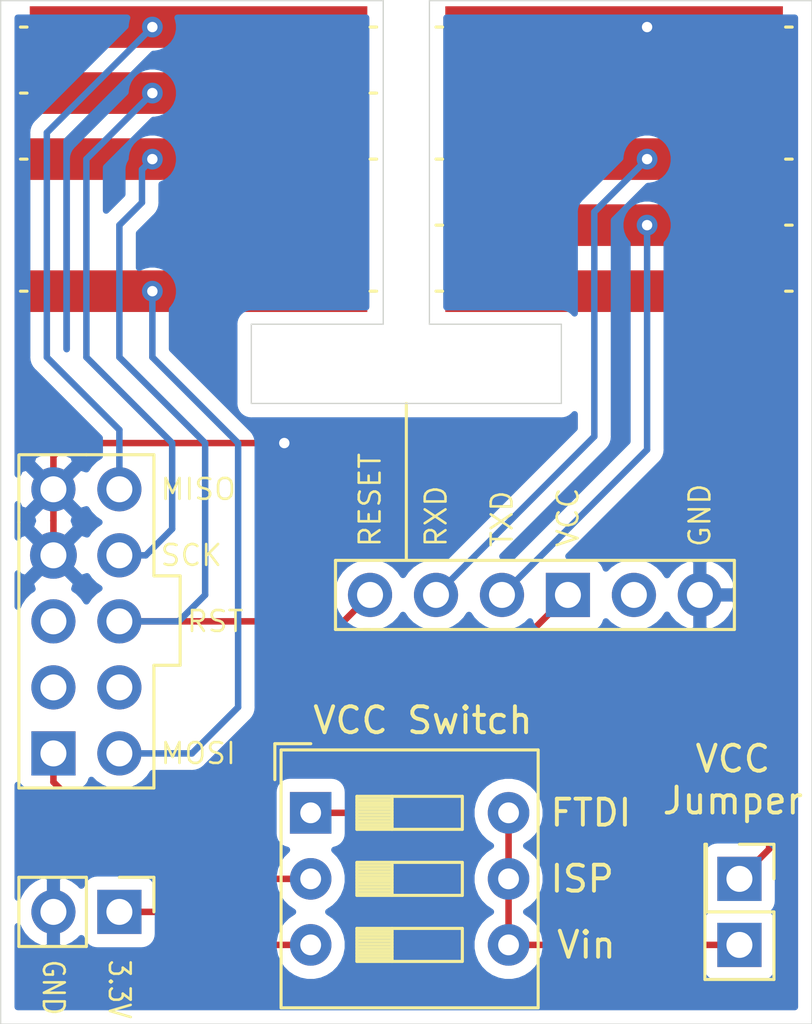
<source format=kicad_pcb>
(kicad_pcb (version 20171130) (host pcbnew 5.1.5)

  (general
    (thickness 1.6)
    (drawings 28)
    (tracks 59)
    (zones 0)
    (modules 7)
    (nets 14)
  )

  (page A4)
  (layers
    (0 F.Cu signal)
    (31 B.Cu signal)
    (32 B.Adhes user)
    (33 F.Adhes user)
    (34 B.Paste user)
    (35 F.Paste user)
    (36 B.SilkS user)
    (37 F.SilkS user)
    (38 B.Mask user)
    (39 F.Mask user)
    (40 Dwgs.User user)
    (41 Cmts.User user)
    (42 Eco1.User user)
    (43 Eco2.User user)
    (44 Edge.Cuts user)
    (45 Margin user)
    (46 B.CrtYd user hide)
    (47 F.CrtYd user hide)
    (48 B.Fab user hide)
    (49 F.Fab user hide)
  )

  (setup
    (last_trace_width 0.25)
    (trace_clearance 0.2)
    (zone_clearance 0.508)
    (zone_45_only no)
    (trace_min 0.2)
    (via_size 0.8)
    (via_drill 0.4)
    (via_min_size 0.4)
    (via_min_drill 0.3)
    (uvia_size 0.3)
    (uvia_drill 0.1)
    (uvias_allowed no)
    (uvia_min_size 0.2)
    (uvia_min_drill 0.1)
    (edge_width 0.05)
    (segment_width 0.2)
    (pcb_text_width 0.3)
    (pcb_text_size 1.5 1.5)
    (mod_edge_width 0.12)
    (mod_text_size 1 1)
    (mod_text_width 0.15)
    (pad_size 1.8 1.8)
    (pad_drill 1)
    (pad_to_mask_clearance 0.051)
    (solder_mask_min_width 0.25)
    (aux_axis_origin 0 0)
    (visible_elements FFFFFF7F)
    (pcbplotparams
      (layerselection 0x010fc_ffffffff)
      (usegerberextensions false)
      (usegerberattributes false)
      (usegerberadvancedattributes false)
      (creategerberjobfile false)
      (excludeedgelayer true)
      (linewidth 0.100000)
      (plotframeref false)
      (viasonmask false)
      (mode 1)
      (useauxorigin false)
      (hpglpennumber 1)
      (hpglpenspeed 20)
      (hpglpendiameter 15.000000)
      (psnegative false)
      (psa4output false)
      (plotreference true)
      (plotvalue true)
      (plotinvisibletext false)
      (padsonsilk false)
      (subtractmaskfromsilk false)
      (outputformat 1)
      (mirror false)
      (drillshape 0)
      (scaleselection 1)
      (outputdirectory "gerber"))
  )

  (net 0 "")
  (net 1 GND)
  (net 2 "Net-(J1-Pad1)")
  (net 3 MISO)
  (net 4 SCK)
  (net 5 RESET)
  (net 6 MOSI)
  (net 7 RXD)
  (net 8 VCC)
  (net 9 TXD)
  (net 10 "Net-(J4-Pad5)")
  (net 11 "Net-(J2-Pad5)")
  (net 12 "Net-(J2-Pad4)")
  (net 13 "Net-(J3-Pad9)")

  (net_class Default "Dies ist die voreingestellte Netzklasse."
    (clearance 0.2)
    (trace_width 0.25)
    (via_dia 0.8)
    (via_drill 0.4)
    (uvia_dia 0.3)
    (uvia_drill 0.1)
    (add_net GND)
    (add_net MISO)
    (add_net MOSI)
    (add_net "Net-(J1-Pad1)")
    (add_net "Net-(J2-Pad4)")
    (add_net "Net-(J2-Pad5)")
    (add_net "Net-(J3-Pad9)")
    (add_net "Net-(J4-Pad5)")
    (add_net RESET)
    (add_net RXD)
    (add_net SCK)
    (add_net TXD)
    (add_net VCC)
  )

  (module Connector_PinHeader_2.54mm:PinHeader_1x06_P2.54mm_Vertical (layer F.Cu) (tedit 5E18D9F2) (tstamp 5E19165A)
    (at 80.772 81.534 90)
    (descr "Through hole straight pin header, 1x06, 2.54mm pitch, single row")
    (tags "Through hole pin header THT 1x06 2.54mm single row")
    (path /5E1C2300)
    (fp_text reference J2 (at 0 -2.33 90) (layer F.SilkS) hide
      (effects (font (size 1 1) (thickness 0.15)))
    )
    (fp_text value FTDI (at 0 15.03 90) (layer F.Fab)
      (effects (font (size 1 1) (thickness 0.15)))
    )
    (fp_text user %R (at 0 6.35 180) (layer F.Fab)
      (effects (font (size 1 1) (thickness 0.15)))
    )
    (fp_line (start 1.8 -1.8) (end -1.8 -1.8) (layer F.CrtYd) (width 0.05))
    (fp_line (start 1.8 14.5) (end 1.8 -1.8) (layer F.CrtYd) (width 0.05))
    (fp_line (start -1.8 14.5) (end 1.8 14.5) (layer F.CrtYd) (width 0.05))
    (fp_line (start -1.8 -1.8) (end -1.8 14.5) (layer F.CrtYd) (width 0.05))
    (fp_line (start -1.33 0) (end -1.33 -1.33) (layer F.SilkS) (width 0.12))
    (fp_line (start -1.33 -1.33) (end 1.33 -1.33) (layer F.SilkS) (width 0.12))
    (fp_line (start 1.33 -1.33) (end 1.33 14.03) (layer F.SilkS) (width 0.12))
    (fp_line (start -1.33 -0.24) (end -1.33 14.03) (layer F.SilkS) (width 0.12))
    (fp_line (start -1.33 14.03) (end 1.33 14.03) (layer F.SilkS) (width 0.12))
    (fp_line (start -1.27 -0.635) (end -0.635 -1.27) (layer F.Fab) (width 0.1))
    (fp_line (start -1.27 13.97) (end -1.27 -0.635) (layer F.Fab) (width 0.1))
    (fp_line (start 1.27 13.97) (end -1.27 13.97) (layer F.Fab) (width 0.1))
    (fp_line (start 1.27 -1.27) (end 1.27 13.97) (layer F.Fab) (width 0.1))
    (fp_line (start -0.635 -1.27) (end 1.27 -1.27) (layer F.Fab) (width 0.1))
    (pad 6 thru_hole oval (at 0 12.7 90) (size 1.7 1.7) (drill 1) (layers *.Cu *.Mask)
      (net 1 GND))
    (pad 5 thru_hole oval (at 0 10.16 90) (size 1.7 1.7) (drill 1) (layers *.Cu *.Mask)
      (net 11 "Net-(J2-Pad5)"))
    (pad 4 thru_hole rect (at 0 7.62 90) (size 1.7 1.7) (drill 1) (layers *.Cu *.Mask)
      (net 12 "Net-(J2-Pad4)"))
    (pad 3 thru_hole oval (at 0 5.08 90) (size 1.7 1.7) (drill 1) (layers *.Cu *.Mask)
      (net 9 TXD))
    (pad 2 thru_hole oval (at 0 2.54 90) (size 1.7 1.7) (drill 1) (layers *.Cu *.Mask)
      (net 7 RXD))
    (pad 1 thru_hole circle (at 0 0 90) (size 1.7 1.7) (drill 1) (layers *.Cu *.Mask)
      (net 5 RESET))
    (model ${KISYS3DMOD}/Connector_PinHeader_2.54mm.3dshapes/PinHeader_1x06_P2.54mm_Vertical.wrl
      (at (xyz 0 0 0))
      (scale (xyz 1 1 1))
      (rotate (xyz 0 0 0))
    )
  )

  (module Connector_PinHeader_2.54mm:PinHeader_2x05_P2.54mm_Vertical (layer F.Cu) (tedit 5E18DA9B) (tstamp 5E19167A)
    (at 68.58 77.47)
    (descr "Through hole straight pin header, 2x05, 2.54mm pitch, double rows")
    (tags "Through hole pin header THT 2x05 2.54mm double row")
    (path /5E18D5A9)
    (fp_text reference J3 (at 1.27 -2.33) (layer F.SilkS) hide
      (effects (font (size 1 1) (thickness 0.15)))
    )
    (fp_text value ISP (at 1.27 12.49) (layer F.Fab)
      (effects (font (size 1 1) (thickness 0.15)))
    )
    (fp_text user %R (at 1.27 5.08 90) (layer F.Fab)
      (effects (font (size 1 1) (thickness 0.15)))
    )
    (fp_line (start 4.35 -1.8) (end -1.8 -1.8) (layer F.CrtYd) (width 0.05))
    (fp_line (start 4.35 11.95) (end 4.35 -1.8) (layer F.CrtYd) (width 0.05))
    (fp_line (start -1.8 11.95) (end 4.35 11.95) (layer F.CrtYd) (width 0.05))
    (fp_line (start -1.8 -1.8) (end -1.8 11.95) (layer F.CrtYd) (width 0.05))
    (fp_line (start 1.27 -1.33) (end 3.87 -1.33) (layer F.SilkS) (width 0.12))
    (fp_line (start -1.31 -1.33) (end 1.27 -1.33) (layer F.SilkS) (width 0.12))
    (fp_line (start -1.33 1.27) (end -1.33 -1.32) (layer F.SilkS) (width 0.12))
    (fp_line (start -1.33 1.27) (end -1.33 11.49) (layer F.SilkS) (width 0.12))
    (fp_line (start -1.33 11.49) (end 3.87 11.49) (layer F.SilkS) (width 0.12))
    (fp_line (start -1.27 0) (end 0 -1.27) (layer F.Fab) (width 0.1))
    (fp_line (start -1.27 11.43) (end -1.27 0) (layer F.Fab) (width 0.1))
    (fp_line (start 3.81 11.43) (end -1.27 11.43) (layer F.Fab) (width 0.1))
    (fp_line (start 3.81 -1.27) (end 3.81 11.43) (layer F.Fab) (width 0.1))
    (fp_line (start 0 -1.27) (end 3.81 -1.27) (layer F.Fab) (width 0.1))
    (fp_line (start 3.87 6.77) (end 3.87 11.49) (layer F.SilkS) (width 0.12))
    (fp_line (start 3.87 3.33) (end 4.88 3.33) (layer F.SilkS) (width 0.12))
    (fp_line (start 4.88 3.33) (end 4.88 6.77) (layer F.SilkS) (width 0.12))
    (fp_line (start 4.88 6.77) (end 3.87 6.77) (layer F.SilkS) (width 0.12))
    (fp_line (start 3.87 -1.33) (end 3.87 3.33) (layer F.SilkS) (width 0.12))
    (pad 10 thru_hole oval (at 2.54 10.16) (size 1.7 1.7) (drill 1) (layers *.Cu *.Mask)
      (net 6 MOSI))
    (pad 9 thru_hole rect (at 0 10.16) (size 1.7 1.7) (drill 1) (layers *.Cu *.Mask)
      (net 13 "Net-(J3-Pad9)"))
    (pad 8 thru_hole oval (at 2.54 7.62) (size 1.7 1.7) (drill 1) (layers *.Cu *.Mask))
    (pad 7 thru_hole oval (at 0 7.62) (size 1.7 1.7) (drill 1) (layers *.Cu *.Mask))
    (pad 6 thru_hole oval (at 2.54 5.08) (size 1.7 1.7) (drill 1) (layers *.Cu *.Mask)
      (net 5 RESET))
    (pad 5 thru_hole oval (at 0 5.08) (size 1.7 1.7) (drill 1) (layers *.Cu *.Mask))
    (pad 4 thru_hole oval (at 2.54 2.54) (size 1.7 1.7) (drill 1) (layers *.Cu *.Mask)
      (net 4 SCK))
    (pad 3 thru_hole circle (at 0 2.54) (size 1.8 1.8) (drill 1) (layers *.Cu *.Mask)
      (net 1 GND))
    (pad 2 thru_hole oval (at 2.54 0) (size 1.7 1.7) (drill 1) (layers *.Cu *.Mask)
      (net 3 MISO))
    (pad 1 thru_hole circle (at 0 0) (size 1.7 1.7) (drill 1) (layers *.Cu *.Mask)
      (net 1 GND))
    (model ${KISYS3DMOD}/Connector_PinHeader_2.54mm.3dshapes/PinHeader_2x05_P2.54mm_Vertical.wrl
      (at (xyz 0 0 0))
      (scale (xyz 1 1 1))
      (rotate (xyz 0 0 0))
    )
  )

  (module footprints:PogoPad_5x (layer F.Cu) (tedit 5E18D0C4) (tstamp 5E1916A0)
    (at 81.28 70.612 180)
    (path /5E185920)
    (fp_text reference J5 (at 7.62 -1.27 180) (layer F.SilkS) hide
      (effects (font (size 1 1) (thickness 0.15)))
    )
    (fp_text value "HMSensor Pogo 1" (at 6.35 12.954 180) (layer F.Fab) hide
      (effects (font (size 1 1) (thickness 0.15)))
    )
    (fp_line (start 13.716 0.762) (end 13.97 0.762) (layer F.SilkS) (width 0.12))
    (fp_line (start 13.716 5.842) (end 13.97 5.842) (layer F.SilkS) (width 0.12))
    (fp_line (start 13.716 8.382) (end 13.97 8.382) (layer F.SilkS) (width 0.12))
    (fp_line (start 13.716 10.922) (end 13.97 10.922) (layer F.SilkS) (width 0.12))
    (fp_line (start 0.254 0.762) (end 0.508 0.762) (layer F.SilkS) (width 0.12))
    (fp_line (start 0.254 10.922) (end 0.508 10.922) (layer F.SilkS) (width 0.12))
    (fp_line (start 0.254 5.842) (end 0.508 5.842) (layer F.SilkS) (width 0.12))
    (fp_line (start 0.254 8.382) (end 0.508 8.382) (layer F.SilkS) (width 0.12))
    (pad 1 smd rect (at 7.112 0.762 180) (size 13 1.6) (layers F.Cu F.Paste F.Mask)
      (net 6 MOSI))
    (pad 3 smd rect (at 7.112 5.842 180) (size 13 1.6) (layers F.Cu F.Paste F.Mask)
      (net 5 RESET))
    (pad 5 smd rect (at 7.112 10.922 180) (size 13 1.6) (layers F.Cu F.Paste F.Mask)
      (net 3 MISO))
    (pad 4 smd rect (at 7.112 8.382 180) (size 13 1.6) (layers F.Cu F.Paste F.Mask)
      (net 4 SCK))
  )

  (module footprints:PogoPad_5x (layer F.Cu) (tedit 5E18D035) (tstamp 5E19168D)
    (at 83.058 58.928)
    (path /5E1866D7)
    (fp_text reference J4 (at 7.62 -1.27) (layer F.SilkS) hide
      (effects (font (size 1 1) (thickness 0.15)))
    )
    (fp_text value "HMSensor Pogo 2" (at 6.35 12.954) (layer F.Fab) hide
      (effects (font (size 1 1) (thickness 0.15)))
    )
    (fp_line (start 13.716 0.762) (end 13.97 0.762) (layer F.SilkS) (width 0.12))
    (fp_line (start 13.716 5.842) (end 13.97 5.842) (layer F.SilkS) (width 0.12))
    (fp_line (start 13.716 8.382) (end 13.97 8.382) (layer F.SilkS) (width 0.12))
    (fp_line (start 13.716 10.922) (end 13.97 10.922) (layer F.SilkS) (width 0.12))
    (fp_line (start 0.254 0.762) (end 0.508 0.762) (layer F.SilkS) (width 0.12))
    (fp_line (start 0.254 10.922) (end 0.508 10.922) (layer F.SilkS) (width 0.12))
    (fp_line (start 0.254 5.842) (end 0.508 5.842) (layer F.SilkS) (width 0.12))
    (fp_line (start 0.254 8.382) (end 0.508 8.382) (layer F.SilkS) (width 0.12))
    (pad 1 smd rect (at 7.112 0.762) (size 13 1.6) (layers F.Cu F.Paste F.Mask)
      (net 1 GND))
    (pad 3 smd rect (at 7.112 5.842) (size 13 1.6) (layers F.Cu F.Paste F.Mask)
      (net 7 RXD))
    (pad 5 smd rect (at 7.112 10.922) (size 13 1.6) (layers F.Cu F.Paste F.Mask)
      (net 10 "Net-(J4-Pad5)"))
    (pad 4 smd rect (at 7.112 8.382) (size 13 1.6) (layers F.Cu F.Paste F.Mask)
      (net 9 TXD))
  )

  (module Connector_PinHeader_2.54mm:PinHeader_2x01_P2.54mm_Vertical (layer F.Cu) (tedit 5E18DA1E) (tstamp 5E192D56)
    (at 94.996 92.456 270)
    (descr "Through hole straight pin header, 2x01, 2.54mm pitch, double rows")
    (tags "Through hole pin header THT 2x01 2.54mm double row")
    (path /5E1B9B07)
    (fp_text reference J6 (at 1.27 -2.33 90) (layer F.SilkS) hide
      (effects (font (size 1 1) (thickness 0.15)))
    )
    (fp_text value "VCC Jumper" (at 1.27 2.33 90) (layer F.Fab)
      (effects (font (size 1 1) (thickness 0.15)))
    )
    (fp_text user %R (at 1.27 0) (layer F.Fab)
      (effects (font (size 1 1) (thickness 0.15)))
    )
    (fp_line (start 4.35 -1.8) (end -1.8 -1.8) (layer F.CrtYd) (width 0.05))
    (fp_line (start 4.35 1.8) (end 4.35 -1.8) (layer F.CrtYd) (width 0.05))
    (fp_line (start -1.8 1.8) (end 4.35 1.8) (layer F.CrtYd) (width 0.05))
    (fp_line (start -1.8 -1.8) (end -1.8 1.8) (layer F.CrtYd) (width 0.05))
    (fp_line (start -1.33 -1.33) (end 0 -1.33) (layer F.SilkS) (width 0.12))
    (fp_line (start -1.33 0) (end -1.33 -1.33) (layer F.SilkS) (width 0.12))
    (fp_line (start 1.27 -1.33) (end 3.87 -1.33) (layer F.SilkS) (width 0.12))
    (fp_line (start 1.27 1.27) (end 1.27 -1.33) (layer F.SilkS) (width 0.12))
    (fp_line (start -1.33 1.27) (end 1.27 1.27) (layer F.SilkS) (width 0.12))
    (fp_line (start 3.87 -1.33) (end 3.87 1.33) (layer F.SilkS) (width 0.12))
    (fp_line (start -1.33 1.27) (end -1.33 1.33) (layer F.SilkS) (width 0.12))
    (fp_line (start -1.33 1.33) (end 3.87 1.33) (layer F.SilkS) (width 0.12))
    (fp_line (start -1.27 0) (end 0 -1.27) (layer F.Fab) (width 0.1))
    (fp_line (start -1.27 1.27) (end -1.27 0) (layer F.Fab) (width 0.1))
    (fp_line (start 3.81 1.27) (end -1.27 1.27) (layer F.Fab) (width 0.1))
    (fp_line (start 3.81 -1.27) (end 3.81 1.27) (layer F.Fab) (width 0.1))
    (fp_line (start 0 -1.27) (end 3.81 -1.27) (layer F.Fab) (width 0.1))
    (pad 2 thru_hole rect (at 2.54 0 270) (size 1.7 1.7) (drill 1) (layers *.Cu *.Mask)
      (net 8 VCC))
    (pad 1 thru_hole rect (at 0 0 270) (size 1.7 1.7) (drill 1) (layers *.Cu *.Mask)
      (net 10 "Net-(J4-Pad5)"))
    (model ${KISYS3DMOD}/Connector_PinHeader_2.54mm.3dshapes/PinHeader_2x01_P2.54mm_Vertical.wrl
      (at (xyz 0 0 0))
      (scale (xyz 1 1 1))
      (rotate (xyz 0 0 0))
    )
  )

  (module Connector_PinHeader_2.54mm:PinHeader_1x02_P2.54mm_Vertical (layer F.Cu) (tedit 59FED5CC) (tstamp 5E191640)
    (at 71.12 93.726 270)
    (descr "Through hole straight pin header, 1x02, 2.54mm pitch, single row")
    (tags "Through hole pin header THT 1x02 2.54mm single row")
    (path /5E18F137)
    (fp_text reference J1 (at 0 -2.33 90) (layer F.SilkS) hide
      (effects (font (size 1 1) (thickness 0.15)))
    )
    (fp_text value "Vin 3.3V" (at 0 4.87 90) (layer F.Fab)
      (effects (font (size 1 1) (thickness 0.15)))
    )
    (fp_text user %R (at 0 1.27) (layer F.Fab)
      (effects (font (size 1 1) (thickness 0.15)))
    )
    (fp_line (start 1.8 -1.8) (end -1.8 -1.8) (layer F.CrtYd) (width 0.05))
    (fp_line (start 1.8 4.35) (end 1.8 -1.8) (layer F.CrtYd) (width 0.05))
    (fp_line (start -1.8 4.35) (end 1.8 4.35) (layer F.CrtYd) (width 0.05))
    (fp_line (start -1.8 -1.8) (end -1.8 4.35) (layer F.CrtYd) (width 0.05))
    (fp_line (start -1.33 -1.33) (end 0 -1.33) (layer F.SilkS) (width 0.12))
    (fp_line (start -1.33 0) (end -1.33 -1.33) (layer F.SilkS) (width 0.12))
    (fp_line (start -1.33 1.27) (end 1.33 1.27) (layer F.SilkS) (width 0.12))
    (fp_line (start 1.33 1.27) (end 1.33 3.87) (layer F.SilkS) (width 0.12))
    (fp_line (start -1.33 1.27) (end -1.33 3.87) (layer F.SilkS) (width 0.12))
    (fp_line (start -1.33 3.87) (end 1.33 3.87) (layer F.SilkS) (width 0.12))
    (fp_line (start -1.27 -0.635) (end -0.635 -1.27) (layer F.Fab) (width 0.1))
    (fp_line (start -1.27 3.81) (end -1.27 -0.635) (layer F.Fab) (width 0.1))
    (fp_line (start 1.27 3.81) (end -1.27 3.81) (layer F.Fab) (width 0.1))
    (fp_line (start 1.27 -1.27) (end 1.27 3.81) (layer F.Fab) (width 0.1))
    (fp_line (start -0.635 -1.27) (end 1.27 -1.27) (layer F.Fab) (width 0.1))
    (pad 2 thru_hole oval (at 0 2.54 270) (size 1.7 1.7) (drill 1) (layers *.Cu *.Mask)
      (net 1 GND))
    (pad 1 thru_hole rect (at 0 0 270) (size 1.7 1.7) (drill 1) (layers *.Cu *.Mask)
      (net 2 "Net-(J1-Pad1)"))
    (model ${KISYS3DMOD}/Connector_PinHeader_2.54mm.3dshapes/PinHeader_1x02_P2.54mm_Vertical.wrl
      (at (xyz 0 0 0))
      (scale (xyz 1 1 1))
      (rotate (xyz 0 0 0))
    )
  )

  (module Button_Switch_THT:SW_DIP_SPSTx03_Slide_9.78x9.8mm_W7.62mm_P2.54mm (layer F.Cu) (tedit 5A4E1404) (tstamp 5E195B27)
    (at 78.486 89.916)
    (descr "3x-dip-switch SPST , Slide, row spacing 7.62 mm (300 mils), body size 9.78x9.8mm (see e.g. https://www.ctscorp.com/wp-content/uploads/206-208.pdf)")
    (tags "DIP Switch SPST Slide 7.62mm 300mil")
    (path /5E190F44)
    (fp_text reference SW1 (at 3.81 -3.42) (layer F.SilkS) hide
      (effects (font (size 1 1) (thickness 0.15)))
    )
    (fp_text value "VCC Switch" (at 4.318 -3.556) (layer F.SilkS)
      (effects (font (size 1 1) (thickness 0.15)))
    )
    (fp_text user on (at 5.365 -1.4975) (layer F.Fab)
      (effects (font (size 0.8 0.8) (thickness 0.12)))
    )
    (fp_text user %R (at 7.27 2.54 90) (layer F.Fab) hide
      (effects (font (size 0.8 0.8) (thickness 0.12)))
    )
    (fp_line (start 8.95 -2.7) (end -1.35 -2.7) (layer F.CrtYd) (width 0.05))
    (fp_line (start 8.95 7.75) (end 8.95 -2.7) (layer F.CrtYd) (width 0.05))
    (fp_line (start -1.35 7.75) (end 8.95 7.75) (layer F.CrtYd) (width 0.05))
    (fp_line (start -1.35 -2.7) (end -1.35 7.75) (layer F.CrtYd) (width 0.05))
    (fp_line (start 3.133333 4.445) (end 3.133333 5.715) (layer F.SilkS) (width 0.12))
    (fp_line (start 1.78 5.645) (end 3.133333 5.645) (layer F.SilkS) (width 0.12))
    (fp_line (start 1.78 5.525) (end 3.133333 5.525) (layer F.SilkS) (width 0.12))
    (fp_line (start 1.78 5.405) (end 3.133333 5.405) (layer F.SilkS) (width 0.12))
    (fp_line (start 1.78 5.285) (end 3.133333 5.285) (layer F.SilkS) (width 0.12))
    (fp_line (start 1.78 5.165) (end 3.133333 5.165) (layer F.SilkS) (width 0.12))
    (fp_line (start 1.78 5.045) (end 3.133333 5.045) (layer F.SilkS) (width 0.12))
    (fp_line (start 1.78 4.925) (end 3.133333 4.925) (layer F.SilkS) (width 0.12))
    (fp_line (start 1.78 4.805) (end 3.133333 4.805) (layer F.SilkS) (width 0.12))
    (fp_line (start 1.78 4.685) (end 3.133333 4.685) (layer F.SilkS) (width 0.12))
    (fp_line (start 1.78 4.565) (end 3.133333 4.565) (layer F.SilkS) (width 0.12))
    (fp_line (start 5.84 4.445) (end 1.78 4.445) (layer F.SilkS) (width 0.12))
    (fp_line (start 5.84 5.715) (end 5.84 4.445) (layer F.SilkS) (width 0.12))
    (fp_line (start 1.78 5.715) (end 5.84 5.715) (layer F.SilkS) (width 0.12))
    (fp_line (start 1.78 4.445) (end 1.78 5.715) (layer F.SilkS) (width 0.12))
    (fp_line (start 3.133333 1.905) (end 3.133333 3.175) (layer F.SilkS) (width 0.12))
    (fp_line (start 1.78 3.105) (end 3.133333 3.105) (layer F.SilkS) (width 0.12))
    (fp_line (start 1.78 2.985) (end 3.133333 2.985) (layer F.SilkS) (width 0.12))
    (fp_line (start 1.78 2.865) (end 3.133333 2.865) (layer F.SilkS) (width 0.12))
    (fp_line (start 1.78 2.745) (end 3.133333 2.745) (layer F.SilkS) (width 0.12))
    (fp_line (start 1.78 2.625) (end 3.133333 2.625) (layer F.SilkS) (width 0.12))
    (fp_line (start 1.78 2.505) (end 3.133333 2.505) (layer F.SilkS) (width 0.12))
    (fp_line (start 1.78 2.385) (end 3.133333 2.385) (layer F.SilkS) (width 0.12))
    (fp_line (start 1.78 2.265) (end 3.133333 2.265) (layer F.SilkS) (width 0.12))
    (fp_line (start 1.78 2.145) (end 3.133333 2.145) (layer F.SilkS) (width 0.12))
    (fp_line (start 1.78 2.025) (end 3.133333 2.025) (layer F.SilkS) (width 0.12))
    (fp_line (start 5.84 1.905) (end 1.78 1.905) (layer F.SilkS) (width 0.12))
    (fp_line (start 5.84 3.175) (end 5.84 1.905) (layer F.SilkS) (width 0.12))
    (fp_line (start 1.78 3.175) (end 5.84 3.175) (layer F.SilkS) (width 0.12))
    (fp_line (start 1.78 1.905) (end 1.78 3.175) (layer F.SilkS) (width 0.12))
    (fp_line (start 3.133333 -0.635) (end 3.133333 0.635) (layer F.SilkS) (width 0.12))
    (fp_line (start 1.78 0.565) (end 3.133333 0.565) (layer F.SilkS) (width 0.12))
    (fp_line (start 1.78 0.445) (end 3.133333 0.445) (layer F.SilkS) (width 0.12))
    (fp_line (start 1.78 0.325) (end 3.133333 0.325) (layer F.SilkS) (width 0.12))
    (fp_line (start 1.78 0.205) (end 3.133333 0.205) (layer F.SilkS) (width 0.12))
    (fp_line (start 1.78 0.085) (end 3.133333 0.085) (layer F.SilkS) (width 0.12))
    (fp_line (start 1.78 -0.035) (end 3.133333 -0.035) (layer F.SilkS) (width 0.12))
    (fp_line (start 1.78 -0.155) (end 3.133333 -0.155) (layer F.SilkS) (width 0.12))
    (fp_line (start 1.78 -0.275) (end 3.133333 -0.275) (layer F.SilkS) (width 0.12))
    (fp_line (start 1.78 -0.395) (end 3.133333 -0.395) (layer F.SilkS) (width 0.12))
    (fp_line (start 1.78 -0.515) (end 3.133333 -0.515) (layer F.SilkS) (width 0.12))
    (fp_line (start 5.84 -0.635) (end 1.78 -0.635) (layer F.SilkS) (width 0.12))
    (fp_line (start 5.84 0.635) (end 5.84 -0.635) (layer F.SilkS) (width 0.12))
    (fp_line (start 1.78 0.635) (end 5.84 0.635) (layer F.SilkS) (width 0.12))
    (fp_line (start 1.78 -0.635) (end 1.78 0.635) (layer F.SilkS) (width 0.12))
    (fp_line (start -1.38 -2.66) (end -1.38 -1.277) (layer F.SilkS) (width 0.12))
    (fp_line (start -1.38 -2.66) (end 0.004 -2.66) (layer F.SilkS) (width 0.12))
    (fp_line (start 8.76 -2.42) (end 8.76 7.5) (layer F.SilkS) (width 0.12))
    (fp_line (start -1.14 -2.42) (end -1.14 7.5) (layer F.SilkS) (width 0.12))
    (fp_line (start -1.14 7.5) (end 8.76 7.5) (layer F.SilkS) (width 0.12))
    (fp_line (start -1.14 -2.42) (end 8.76 -2.42) (layer F.SilkS) (width 0.12))
    (fp_line (start 3.133333 4.445) (end 3.133333 5.715) (layer F.Fab) (width 0.1))
    (fp_line (start 1.78 5.645) (end 3.133333 5.645) (layer F.Fab) (width 0.1))
    (fp_line (start 1.78 5.545) (end 3.133333 5.545) (layer F.Fab) (width 0.1))
    (fp_line (start 1.78 5.445) (end 3.133333 5.445) (layer F.Fab) (width 0.1))
    (fp_line (start 1.78 5.345) (end 3.133333 5.345) (layer F.Fab) (width 0.1))
    (fp_line (start 1.78 5.245) (end 3.133333 5.245) (layer F.Fab) (width 0.1))
    (fp_line (start 1.78 5.145) (end 3.133333 5.145) (layer F.Fab) (width 0.1))
    (fp_line (start 1.78 5.045) (end 3.133333 5.045) (layer F.Fab) (width 0.1))
    (fp_line (start 1.78 4.945) (end 3.133333 4.945) (layer F.Fab) (width 0.1))
    (fp_line (start 1.78 4.845) (end 3.133333 4.845) (layer F.Fab) (width 0.1))
    (fp_line (start 1.78 4.745) (end 3.133333 4.745) (layer F.Fab) (width 0.1))
    (fp_line (start 1.78 4.645) (end 3.133333 4.645) (layer F.Fab) (width 0.1))
    (fp_line (start 1.78 4.545) (end 3.133333 4.545) (layer F.Fab) (width 0.1))
    (fp_line (start 5.84 4.445) (end 1.78 4.445) (layer F.Fab) (width 0.1))
    (fp_line (start 5.84 5.715) (end 5.84 4.445) (layer F.Fab) (width 0.1))
    (fp_line (start 1.78 5.715) (end 5.84 5.715) (layer F.Fab) (width 0.1))
    (fp_line (start 1.78 4.445) (end 1.78 5.715) (layer F.Fab) (width 0.1))
    (fp_line (start 3.133333 1.905) (end 3.133333 3.175) (layer F.Fab) (width 0.1))
    (fp_line (start 1.78 3.105) (end 3.133333 3.105) (layer F.Fab) (width 0.1))
    (fp_line (start 1.78 3.005) (end 3.133333 3.005) (layer F.Fab) (width 0.1))
    (fp_line (start 1.78 2.905) (end 3.133333 2.905) (layer F.Fab) (width 0.1))
    (fp_line (start 1.78 2.805) (end 3.133333 2.805) (layer F.Fab) (width 0.1))
    (fp_line (start 1.78 2.705) (end 3.133333 2.705) (layer F.Fab) (width 0.1))
    (fp_line (start 1.78 2.605) (end 3.133333 2.605) (layer F.Fab) (width 0.1))
    (fp_line (start 1.78 2.505) (end 3.133333 2.505) (layer F.Fab) (width 0.1))
    (fp_line (start 1.78 2.405) (end 3.133333 2.405) (layer F.Fab) (width 0.1))
    (fp_line (start 1.78 2.305) (end 3.133333 2.305) (layer F.Fab) (width 0.1))
    (fp_line (start 1.78 2.205) (end 3.133333 2.205) (layer F.Fab) (width 0.1))
    (fp_line (start 1.78 2.105) (end 3.133333 2.105) (layer F.Fab) (width 0.1))
    (fp_line (start 1.78 2.005) (end 3.133333 2.005) (layer F.Fab) (width 0.1))
    (fp_line (start 5.84 1.905) (end 1.78 1.905) (layer F.Fab) (width 0.1))
    (fp_line (start 5.84 3.175) (end 5.84 1.905) (layer F.Fab) (width 0.1))
    (fp_line (start 1.78 3.175) (end 5.84 3.175) (layer F.Fab) (width 0.1))
    (fp_line (start 1.78 1.905) (end 1.78 3.175) (layer F.Fab) (width 0.1))
    (fp_line (start 3.133333 -0.635) (end 3.133333 0.635) (layer F.Fab) (width 0.1))
    (fp_line (start 1.78 0.565) (end 3.133333 0.565) (layer F.Fab) (width 0.1))
    (fp_line (start 1.78 0.465) (end 3.133333 0.465) (layer F.Fab) (width 0.1))
    (fp_line (start 1.78 0.365) (end 3.133333 0.365) (layer F.Fab) (width 0.1))
    (fp_line (start 1.78 0.265) (end 3.133333 0.265) (layer F.Fab) (width 0.1))
    (fp_line (start 1.78 0.165) (end 3.133333 0.165) (layer F.Fab) (width 0.1))
    (fp_line (start 1.78 0.065) (end 3.133333 0.065) (layer F.Fab) (width 0.1))
    (fp_line (start 1.78 -0.035) (end 3.133333 -0.035) (layer F.Fab) (width 0.1))
    (fp_line (start 1.78 -0.135) (end 3.133333 -0.135) (layer F.Fab) (width 0.1))
    (fp_line (start 1.78 -0.235) (end 3.133333 -0.235) (layer F.Fab) (width 0.1))
    (fp_line (start 1.78 -0.335) (end 3.133333 -0.335) (layer F.Fab) (width 0.1))
    (fp_line (start 1.78 -0.435) (end 3.133333 -0.435) (layer F.Fab) (width 0.1))
    (fp_line (start 1.78 -0.535) (end 3.133333 -0.535) (layer F.Fab) (width 0.1))
    (fp_line (start 5.84 -0.635) (end 1.78 -0.635) (layer F.Fab) (width 0.1))
    (fp_line (start 5.84 0.635) (end 5.84 -0.635) (layer F.Fab) (width 0.1))
    (fp_line (start 1.78 0.635) (end 5.84 0.635) (layer F.Fab) (width 0.1))
    (fp_line (start 1.78 -0.635) (end 1.78 0.635) (layer F.Fab) (width 0.1))
    (fp_line (start -1.08 -1.36) (end -0.08 -2.36) (layer F.Fab) (width 0.1))
    (fp_line (start -1.08 7.44) (end -1.08 -1.36) (layer F.Fab) (width 0.1))
    (fp_line (start 8.7 7.44) (end -1.08 7.44) (layer F.Fab) (width 0.1))
    (fp_line (start 8.7 -2.36) (end 8.7 7.44) (layer F.Fab) (width 0.1))
    (fp_line (start -0.08 -2.36) (end 8.7 -2.36) (layer F.Fab) (width 0.1))
    (pad 6 thru_hole oval (at 7.62 0) (size 1.6 1.6) (drill 0.8) (layers *.Cu *.Mask)
      (net 8 VCC))
    (pad 3 thru_hole oval (at 0 5.08) (size 1.6 1.6) (drill 0.8) (layers *.Cu *.Mask)
      (net 2 "Net-(J1-Pad1)"))
    (pad 5 thru_hole oval (at 7.62 2.54) (size 1.6 1.6) (drill 0.8) (layers *.Cu *.Mask)
      (net 8 VCC))
    (pad 2 thru_hole oval (at 0 2.54) (size 1.6 1.6) (drill 0.8) (layers *.Cu *.Mask)
      (net 13 "Net-(J3-Pad9)"))
    (pad 4 thru_hole oval (at 7.62 5.08) (size 1.6 1.6) (drill 0.8) (layers *.Cu *.Mask)
      (net 8 VCC))
    (pad 1 thru_hole rect (at 0 0) (size 1.6 1.6) (drill 0.8) (layers *.Cu *.Mask)
      (net 12 "Net-(J2-Pad4)"))
    (model ${KISYS3DMOD}/Button_Switch_THT.3dshapes/SW_DIP_SPSTx03_Slide_9.78x9.8mm_W7.62mm_P2.54mm.wrl
      (at (xyz 0 0 0))
      (scale (xyz 1 1 1))
      (rotate (xyz 0 0 90))
    )
  )

  (gr_line (start 82.169 74.168) (end 82.169 80.137) (layer F.SilkS) (width 0.12))
  (gr_text GND (at 93.472 79.756 90) (layer F.SilkS) (tstamp 5E1969AA)
    (effects (font (size 0.8 0.8) (thickness 0.1)) (justify left))
  )
  (gr_text VCC (at 88.392 79.756 90) (layer F.SilkS) (tstamp 5E1969A8)
    (effects (font (size 0.8 0.8) (thickness 0.1)) (justify left))
  )
  (gr_text TXD (at 85.852 79.756 90) (layer F.SilkS) (tstamp 5E1969A6)
    (effects (font (size 0.8 0.8) (thickness 0.1)) (justify left))
  )
  (gr_text RXD (at 83.312 79.756 90) (layer F.SilkS) (tstamp 5E1969A4)
    (effects (font (size 0.8 0.8) (thickness 0.1)) (justify left))
  )
  (gr_text "RESET\n" (at 80.772 79.756 90) (layer F.SilkS) (tstamp 5E1969A0)
    (effects (font (size 0.8 0.8) (thickness 0.1)) (justify left))
  )
  (gr_text 3.3V (at 71.12 95.504 270) (layer F.SilkS) (tstamp 5E196922)
    (effects (font (size 0.8 0.7) (thickness 0.1)) (justify left))
  )
  (gr_text GND (at 68.58 95.504 270) (layer F.SilkS) (tstamp 5E19691A)
    (effects (font (size 0.8 0.7) (thickness 0.1)) (justify left))
  )
  (gr_text "VCC\nJumper" (at 94.742 88.646) (layer F.SilkS)
    (effects (font (size 1 1) (thickness 0.15)))
  )
  (gr_text MOSI (at 72.644 87.63) (layer F.SilkS) (tstamp 5E196723)
    (effects (font (size 0.8 0.8) (thickness 0.1)) (justify left))
  )
  (gr_text SCK (at 72.644 80.01) (layer F.SilkS) (tstamp 5E1966A5)
    (effects (font (size 0.8 0.8) (thickness 0.1)) (justify left))
  )
  (gr_text RST (at 73.66 82.55) (layer F.SilkS) (tstamp 5E1966A3)
    (effects (font (size 0.8 0.8) (thickness 0.1)) (justify left))
  )
  (gr_text MISO (at 72.644 77.47) (layer F.SilkS) (tstamp 5E199ADA)
    (effects (font (size 0.8 0.8) (thickness 0.1)) (justify left))
  )
  (gr_text Vin (at 87.884 94.996) (layer F.SilkS) (tstamp 5E1968D0)
    (effects (font (size 1 1) (thickness 0.15)) (justify left))
  )
  (gr_text ISP (at 87.63 92.456) (layer F.SilkS) (tstamp 5E1968C7)
    (effects (font (size 1 1) (thickness 0.15)) (justify left))
  )
  (gr_text FTDI (at 87.63 89.916) (layer F.SilkS) (tstamp 5E1968CA)
    (effects (font (size 1 1) (thickness 0.15)) (justify left))
  )
  (gr_line (start 81.28 58.674) (end 66.548 58.674) (layer Edge.Cuts) (width 0.05) (tstamp 5E1960C4))
  (gr_line (start 81.28 71.12) (end 81.28 58.674) (layer Edge.Cuts) (width 0.05))
  (gr_line (start 76.2 71.12) (end 81.28 71.12) (layer Edge.Cuts) (width 0.05))
  (gr_line (start 76.2 74.168) (end 76.2 71.12) (layer Edge.Cuts) (width 0.05))
  (gr_line (start 88.138 74.168) (end 76.2 74.168) (layer Edge.Cuts) (width 0.05))
  (gr_line (start 88.138 71.12) (end 88.138 74.168) (layer Edge.Cuts) (width 0.05))
  (gr_line (start 83.058 71.12) (end 88.138 71.12) (layer Edge.Cuts) (width 0.05))
  (gr_line (start 83.058 58.674) (end 83.058 71.12) (layer Edge.Cuts) (width 0.05))
  (gr_line (start 97.79 58.674) (end 83.058 58.674) (layer Edge.Cuts) (width 0.05))
  (gr_line (start 97.79 98.044) (end 97.79 58.674) (layer Edge.Cuts) (width 0.05))
  (gr_line (start 66.548 98.044) (end 97.79 98.044) (layer Edge.Cuts) (width 0.05) (tstamp 5E1968CD))
  (gr_line (start 66.548 58.674) (end 66.548 98.044) (layer Edge.Cuts) (width 0.05))

  (via (at 91.44 59.69) (size 0.8) (drill 0.4) (layers F.Cu B.Cu) (net 1))
  (segment (start 69.088 75.692) (end 77.47 75.692) (width 0.25) (layer F.Cu) (net 1))
  (segment (start 68.58 77.47) (end 68.58 76.2) (width 0.25) (layer F.Cu) (net 1))
  (segment (start 68.58 76.2) (end 69.088 75.692) (width 0.25) (layer F.Cu) (net 1))
  (segment (start 77.47 75.692) (end 77.47 75.692) (width 0.25) (layer F.Cu) (net 1) (tstamp 5E199D77))
  (via (at 77.47 75.692) (size 0.8) (drill 0.4) (layers F.Cu B.Cu) (net 1))
  (segment (start 68.58 78.672081) (end 68.58 80.01) (width 0.25) (layer F.Cu) (net 1))
  (segment (start 68.58 77.47) (end 68.58 78.672081) (width 0.25) (layer F.Cu) (net 1))
  (segment (start 71.12 93.726) (end 75.184 93.726) (width 0.25) (layer F.Cu) (net 2))
  (segment (start 76.454 94.996) (end 78.486 94.996) (width 0.25) (layer F.Cu) (net 2))
  (segment (start 75.184 93.726) (end 76.454 94.996) (width 0.25) (layer F.Cu) (net 2))
  (via (at 72.39 59.69) (size 0.8) (drill 0.4) (layers F.Cu B.Cu) (net 3))
  (segment (start 72.39 59.69) (end 68.326 63.754) (width 0.25) (layer B.Cu) (net 3))
  (segment (start 68.326 63.754) (end 68.326 72.39) (width 0.25) (layer B.Cu) (net 3))
  (segment (start 68.326 72.39) (end 71.12 75.184) (width 0.25) (layer B.Cu) (net 3))
  (segment (start 71.12 75.184) (end 71.12 77.47) (width 0.25) (layer B.Cu) (net 3))
  (via (at 72.39 62.23) (size 0.8) (drill 0.4) (layers F.Cu B.Cu) (net 4))
  (segment (start 72.136 80.01) (end 71.12 80.01) (width 0.25) (layer B.Cu) (net 4))
  (segment (start 72.39 62.23) (end 69.85 64.77) (width 0.25) (layer B.Cu) (net 4))
  (segment (start 69.85 64.77) (end 69.85 72.39) (width 0.25) (layer B.Cu) (net 4))
  (segment (start 69.85 72.39) (end 73.152 75.692) (width 0.25) (layer B.Cu) (net 4))
  (segment (start 73.152 75.692) (end 73.152 78.994) (width 0.25) (layer B.Cu) (net 4))
  (segment (start 73.152 78.994) (end 72.136 80.01) (width 0.25) (layer B.Cu) (net 4))
  (via (at 72.39 64.77) (size 0.8) (drill 0.4) (layers F.Cu B.Cu) (net 5))
  (segment (start 79.756 82.55) (end 80.772 81.534) (width 0.25) (layer F.Cu) (net 5))
  (segment (start 71.12 82.55) (end 79.756 82.55) (width 0.25) (layer F.Cu) (net 5))
  (segment (start 73.406 82.55) (end 71.12 82.55) (width 0.25) (layer B.Cu) (net 5))
  (segment (start 74.422 75.692) (end 74.422 81.534) (width 0.25) (layer B.Cu) (net 5))
  (segment (start 71.990001 65.169999) (end 71.990001 66.439999) (width 0.25) (layer B.Cu) (net 5))
  (segment (start 71.990001 66.439999) (end 71.12 67.31) (width 0.25) (layer B.Cu) (net 5))
  (segment (start 72.39 64.77) (end 71.990001 65.169999) (width 0.25) (layer B.Cu) (net 5))
  (segment (start 74.422 81.534) (end 73.406 82.55) (width 0.25) (layer B.Cu) (net 5))
  (segment (start 71.12 67.31) (end 71.12 72.39) (width 0.25) (layer B.Cu) (net 5))
  (segment (start 71.12 72.39) (end 74.422 75.692) (width 0.25) (layer B.Cu) (net 5))
  (via (at 72.39 69.85) (size 0.8) (drill 0.4) (layers F.Cu B.Cu) (net 6))
  (segment (start 73.914 87.63) (end 71.12 87.63) (width 0.25) (layer B.Cu) (net 6))
  (segment (start 75.692 85.852) (end 73.914 87.63) (width 0.25) (layer B.Cu) (net 6))
  (segment (start 75.692 75.692) (end 75.692 85.852) (width 0.25) (layer B.Cu) (net 6))
  (segment (start 72.39 69.85) (end 72.39 72.39) (width 0.25) (layer B.Cu) (net 6))
  (segment (start 72.39 72.39) (end 75.692 75.692) (width 0.25) (layer B.Cu) (net 6))
  (via (at 91.44 64.77) (size 0.8) (drill 0.4) (layers F.Cu B.Cu) (net 7))
  (segment (start 89.408 75.438) (end 83.312 81.534) (width 0.25) (layer B.Cu) (net 7))
  (segment (start 91.44 64.77) (end 89.408 66.802) (width 0.25) (layer B.Cu) (net 7))
  (segment (start 89.408 66.802) (end 89.408 75.438) (width 0.25) (layer B.Cu) (net 7))
  (segment (start 86.106 89.916) (end 86.106 94.996) (width 0.25) (layer F.Cu) (net 8))
  (segment (start 86.106 94.996) (end 94.996 94.996) (width 0.25) (layer F.Cu) (net 8))
  (via (at 91.44 67.31) (size 0.8) (drill 0.4) (layers F.Cu B.Cu) (net 9))
  (segment (start 91.44 75.946) (end 85.852 81.534) (width 0.25) (layer B.Cu) (net 9))
  (segment (start 91.44 67.31) (end 91.44 75.946) (width 0.25) (layer B.Cu) (net 9))
  (segment (start 96.139 70.993) (end 94.996 69.85) (width 0.25) (layer F.Cu) (net 10))
  (segment (start 94.996 92.456) (end 96.139 91.313) (width 0.25) (layer F.Cu) (net 10))
  (segment (start 96.139 91.313) (end 96.139 70.993) (width 0.25) (layer F.Cu) (net 10))
  (segment (start 80.01 89.916) (end 88.392 81.534) (width 0.25) (layer F.Cu) (net 12))
  (segment (start 78.486 89.916) (end 80.01 89.916) (width 0.25) (layer F.Cu) (net 12))
  (segment (start 78.486 92.456) (end 74.676 92.456) (width 0.25) (layer F.Cu) (net 13))
  (segment (start 74.676 92.456) (end 73.406 91.186) (width 0.25) (layer F.Cu) (net 13))
  (segment (start 68.58 88.73) (end 68.58 87.63) (width 0.25) (layer F.Cu) (net 13))
  (segment (start 71.036 91.186) (end 68.58 88.73) (width 0.25) (layer F.Cu) (net 13))
  (segment (start 73.406 91.186) (end 71.036 91.186) (width 0.25) (layer F.Cu) (net 13))

  (zone (net 1) (net_name GND) (layer B.Cu) (tstamp 5E1CB5E4) (hatch edge 0.508)
    (connect_pads (clearance 0.508))
    (min_thickness 0.254)
    (fill yes (arc_segments 32) (thermal_gap 0.508) (thermal_bridge_width 0.508))
    (polygon
      (pts
        (xy 97.79 98.044) (xy 66.548 98.044) (xy 66.548 58.674) (xy 97.79 58.674)
      )
    )
    (filled_polygon
      (pts
        (xy 80.62 70.46) (xy 76.232419 70.46) (xy 76.2 70.456807) (xy 76.167581 70.46) (xy 76.070617 70.46955)
        (xy 75.946207 70.50729) (xy 75.83155 70.568575) (xy 75.731052 70.651052) (xy 75.648575 70.75155) (xy 75.58729 70.866207)
        (xy 75.54955 70.990617) (xy 75.536807 71.12) (xy 75.540001 71.152429) (xy 75.54 74.13558) (xy 75.536807 74.168)
        (xy 75.54955 74.297383) (xy 75.58729 74.421793) (xy 75.648575 74.53645) (xy 75.731052 74.636948) (xy 75.83155 74.719425)
        (xy 75.946207 74.78071) (xy 76.070617 74.81845) (xy 76.2 74.831193) (xy 76.232419 74.828) (xy 88.105581 74.828)
        (xy 88.138 74.831193) (xy 88.170419 74.828) (xy 88.267383 74.81845) (xy 88.391793 74.78071) (xy 88.50645 74.719425)
        (xy 88.606948 74.636948) (xy 88.648001 74.586925) (xy 88.648001 75.123197) (xy 83.678408 80.092791) (xy 83.45826 80.049)
        (xy 83.16574 80.049) (xy 82.878842 80.106068) (xy 82.608589 80.21801) (xy 82.365368 80.380525) (xy 82.158525 80.587368)
        (xy 82.042 80.76176) (xy 81.925475 80.587368) (xy 81.718632 80.380525) (xy 81.475411 80.21801) (xy 81.205158 80.106068)
        (xy 80.91826 80.049) (xy 80.62574 80.049) (xy 80.338842 80.106068) (xy 80.068589 80.21801) (xy 79.825368 80.380525)
        (xy 79.618525 80.587368) (xy 79.45601 80.830589) (xy 79.344068 81.100842) (xy 79.287 81.38774) (xy 79.287 81.68026)
        (xy 79.344068 81.967158) (xy 79.45601 82.237411) (xy 79.618525 82.480632) (xy 79.825368 82.687475) (xy 80.068589 82.84999)
        (xy 80.338842 82.961932) (xy 80.62574 83.019) (xy 80.91826 83.019) (xy 81.205158 82.961932) (xy 81.475411 82.84999)
        (xy 81.718632 82.687475) (xy 81.925475 82.480632) (xy 82.042 82.30624) (xy 82.158525 82.480632) (xy 82.365368 82.687475)
        (xy 82.608589 82.84999) (xy 82.878842 82.961932) (xy 83.16574 83.019) (xy 83.45826 83.019) (xy 83.745158 82.961932)
        (xy 84.015411 82.84999) (xy 84.258632 82.687475) (xy 84.465475 82.480632) (xy 84.582 82.30624) (xy 84.698525 82.480632)
        (xy 84.905368 82.687475) (xy 85.148589 82.84999) (xy 85.418842 82.961932) (xy 85.70574 83.019) (xy 85.99826 83.019)
        (xy 86.285158 82.961932) (xy 86.555411 82.84999) (xy 86.798632 82.687475) (xy 86.930487 82.55562) (xy 86.952498 82.62818)
        (xy 87.011463 82.738494) (xy 87.090815 82.835185) (xy 87.187506 82.914537) (xy 87.29782 82.973502) (xy 87.417518 83.009812)
        (xy 87.542 83.022072) (xy 89.242 83.022072) (xy 89.366482 83.009812) (xy 89.48618 82.973502) (xy 89.596494 82.914537)
        (xy 89.693185 82.835185) (xy 89.772537 82.738494) (xy 89.831502 82.62818) (xy 89.853513 82.55562) (xy 89.985368 82.687475)
        (xy 90.228589 82.84999) (xy 90.498842 82.961932) (xy 90.78574 83.019) (xy 91.07826 83.019) (xy 91.365158 82.961932)
        (xy 91.635411 82.84999) (xy 91.878632 82.687475) (xy 92.085475 82.480632) (xy 92.207195 82.298466) (xy 92.276822 82.415355)
        (xy 92.471731 82.631588) (xy 92.70508 82.805641) (xy 92.967901 82.930825) (xy 93.11511 82.975476) (xy 93.345 82.854155)
        (xy 93.345 81.661) (xy 93.599 81.661) (xy 93.599 82.854155) (xy 93.82889 82.975476) (xy 93.976099 82.930825)
        (xy 94.23892 82.805641) (xy 94.472269 82.631588) (xy 94.667178 82.415355) (xy 94.816157 82.165252) (xy 94.913481 81.890891)
        (xy 94.792814 81.661) (xy 93.599 81.661) (xy 93.345 81.661) (xy 93.325 81.661) (xy 93.325 81.407)
        (xy 93.345 81.407) (xy 93.345 80.213845) (xy 93.599 80.213845) (xy 93.599 81.407) (xy 94.792814 81.407)
        (xy 94.913481 81.177109) (xy 94.816157 80.902748) (xy 94.667178 80.652645) (xy 94.472269 80.436412) (xy 94.23892 80.262359)
        (xy 93.976099 80.137175) (xy 93.82889 80.092524) (xy 93.599 80.213845) (xy 93.345 80.213845) (xy 93.11511 80.092524)
        (xy 92.967901 80.137175) (xy 92.70508 80.262359) (xy 92.471731 80.436412) (xy 92.276822 80.652645) (xy 92.207195 80.769534)
        (xy 92.085475 80.587368) (xy 91.878632 80.380525) (xy 91.635411 80.21801) (xy 91.365158 80.106068) (xy 91.07826 80.049)
        (xy 90.78574 80.049) (xy 90.498842 80.106068) (xy 90.228589 80.21801) (xy 89.985368 80.380525) (xy 89.853513 80.51238)
        (xy 89.831502 80.43982) (xy 89.772537 80.329506) (xy 89.693185 80.232815) (xy 89.596494 80.153463) (xy 89.48618 80.094498)
        (xy 89.366482 80.058188) (xy 89.242 80.045928) (xy 88.414874 80.045928) (xy 91.951008 76.509795) (xy 91.980001 76.486001)
        (xy 92.003795 76.457008) (xy 92.003799 76.457004) (xy 92.074973 76.370277) (xy 92.09812 76.326973) (xy 92.145546 76.238247)
        (xy 92.189003 76.094986) (xy 92.2 75.983333) (xy 92.2 75.983324) (xy 92.203676 75.946001) (xy 92.2 75.908678)
        (xy 92.2 68.013711) (xy 92.243937 67.969774) (xy 92.357205 67.800256) (xy 92.435226 67.611898) (xy 92.475 67.411939)
        (xy 92.475 67.208061) (xy 92.435226 67.008102) (xy 92.357205 66.819744) (xy 92.243937 66.650226) (xy 92.099774 66.506063)
        (xy 91.930256 66.392795) (xy 91.741898 66.314774) (xy 91.541939 66.275) (xy 91.338061 66.275) (xy 91.138102 66.314774)
        (xy 90.949744 66.392795) (xy 90.780226 66.506063) (xy 90.636063 66.650226) (xy 90.522795 66.819744) (xy 90.444774 67.008102)
        (xy 90.405 67.208061) (xy 90.405 67.411939) (xy 90.444774 67.611898) (xy 90.522795 67.800256) (xy 90.636063 67.969774)
        (xy 90.68 68.013711) (xy 90.680001 75.631196) (xy 86.218408 80.092791) (xy 85.99826 80.049) (xy 85.871801 80.049)
        (xy 89.919003 76.001799) (xy 89.948001 75.978001) (xy 89.98493 75.933003) (xy 90.042974 75.862277) (xy 90.113546 75.730247)
        (xy 90.136472 75.654668) (xy 90.157003 75.586986) (xy 90.168 75.475333) (xy 90.168 75.475323) (xy 90.171676 75.438)
        (xy 90.168 75.400677) (xy 90.168 67.116801) (xy 91.479802 65.805) (xy 91.541939 65.805) (xy 91.741898 65.765226)
        (xy 91.930256 65.687205) (xy 92.099774 65.573937) (xy 92.243937 65.429774) (xy 92.357205 65.260256) (xy 92.435226 65.071898)
        (xy 92.475 64.871939) (xy 92.475 64.668061) (xy 92.435226 64.468102) (xy 92.357205 64.279744) (xy 92.243937 64.110226)
        (xy 92.099774 63.966063) (xy 91.930256 63.852795) (xy 91.741898 63.774774) (xy 91.541939 63.735) (xy 91.338061 63.735)
        (xy 91.138102 63.774774) (xy 90.949744 63.852795) (xy 90.780226 63.966063) (xy 90.636063 64.110226) (xy 90.522795 64.279744)
        (xy 90.444774 64.468102) (xy 90.405 64.668061) (xy 90.405 64.730198) (xy 88.897003 66.238196) (xy 88.867999 66.261999)
        (xy 88.824688 66.314774) (xy 88.773026 66.377724) (xy 88.739739 66.44) (xy 88.702454 66.509754) (xy 88.658997 66.653015)
        (xy 88.648 66.764668) (xy 88.648 66.764678) (xy 88.644324 66.802) (xy 88.648 66.839322) (xy 88.648 70.701074)
        (xy 88.606948 70.651052) (xy 88.50645 70.568575) (xy 88.391793 70.50729) (xy 88.267383 70.46955) (xy 88.170419 70.46)
        (xy 88.138 70.456807) (xy 88.105581 70.46) (xy 83.718 70.46) (xy 83.718 59.334) (xy 97.130001 59.334)
        (xy 97.13 97.384) (xy 67.208 97.384) (xy 67.208 94.278761) (xy 67.235843 94.357252) (xy 67.384822 94.607355)
        (xy 67.579731 94.823588) (xy 67.81308 94.997641) (xy 68.075901 95.122825) (xy 68.22311 95.167476) (xy 68.453 95.046155)
        (xy 68.453 93.853) (xy 68.433 93.853) (xy 68.433 93.599) (xy 68.453 93.599) (xy 68.453 92.405845)
        (xy 68.707 92.405845) (xy 68.707 93.599) (xy 68.727 93.599) (xy 68.727 93.853) (xy 68.707 93.853)
        (xy 68.707 95.046155) (xy 68.93689 95.167476) (xy 69.084099 95.122825) (xy 69.34692 94.997641) (xy 69.580269 94.823588)
        (xy 69.656034 94.739534) (xy 69.680498 94.82018) (xy 69.739463 94.930494) (xy 69.818815 95.027185) (xy 69.915506 95.106537)
        (xy 70.02582 95.165502) (xy 70.145518 95.201812) (xy 70.27 95.214072) (xy 71.97 95.214072) (xy 72.094482 95.201812)
        (xy 72.21418 95.165502) (xy 72.324494 95.106537) (xy 72.421185 95.027185) (xy 72.500537 94.930494) (xy 72.559502 94.82018)
        (xy 72.595812 94.700482) (xy 72.608072 94.576) (xy 72.608072 92.876) (xy 72.595812 92.751518) (xy 72.559502 92.63182)
        (xy 72.500537 92.521506) (xy 72.421185 92.424815) (xy 72.324494 92.345463) (xy 72.21418 92.286498) (xy 72.094482 92.250188)
        (xy 71.97 92.237928) (xy 70.27 92.237928) (xy 70.145518 92.250188) (xy 70.02582 92.286498) (xy 69.915506 92.345463)
        (xy 69.818815 92.424815) (xy 69.739463 92.521506) (xy 69.680498 92.63182) (xy 69.656034 92.712466) (xy 69.580269 92.628412)
        (xy 69.34692 92.454359) (xy 69.084099 92.329175) (xy 68.93689 92.284524) (xy 68.707 92.405845) (xy 68.453 92.405845)
        (xy 68.22311 92.284524) (xy 68.075901 92.329175) (xy 67.81308 92.454359) (xy 67.579731 92.628412) (xy 67.384822 92.844645)
        (xy 67.235843 93.094748) (xy 67.208 93.173239) (xy 67.208 88.844896) (xy 67.278815 88.931185) (xy 67.375506 89.010537)
        (xy 67.48582 89.069502) (xy 67.605518 89.105812) (xy 67.73 89.118072) (xy 69.43 89.118072) (xy 69.451038 89.116)
        (xy 77.047928 89.116) (xy 77.047928 90.716) (xy 77.060188 90.840482) (xy 77.096498 90.96018) (xy 77.155463 91.070494)
        (xy 77.234815 91.167185) (xy 77.331506 91.246537) (xy 77.44182 91.305502) (xy 77.561518 91.341812) (xy 77.569961 91.342643)
        (xy 77.371363 91.541241) (xy 77.21432 91.776273) (xy 77.106147 92.037426) (xy 77.051 92.314665) (xy 77.051 92.597335)
        (xy 77.106147 92.874574) (xy 77.21432 93.135727) (xy 77.371363 93.370759) (xy 77.571241 93.570637) (xy 77.803759 93.726)
        (xy 77.571241 93.881363) (xy 77.371363 94.081241) (xy 77.21432 94.316273) (xy 77.106147 94.577426) (xy 77.051 94.854665)
        (xy 77.051 95.137335) (xy 77.106147 95.414574) (xy 77.21432 95.675727) (xy 77.371363 95.910759) (xy 77.571241 96.110637)
        (xy 77.806273 96.26768) (xy 78.067426 96.375853) (xy 78.344665 96.431) (xy 78.627335 96.431) (xy 78.904574 96.375853)
        (xy 79.165727 96.26768) (xy 79.400759 96.110637) (xy 79.600637 95.910759) (xy 79.75768 95.675727) (xy 79.865853 95.414574)
        (xy 79.921 95.137335) (xy 79.921 94.854665) (xy 79.865853 94.577426) (xy 79.75768 94.316273) (xy 79.600637 94.081241)
        (xy 79.400759 93.881363) (xy 79.168241 93.726) (xy 79.400759 93.570637) (xy 79.600637 93.370759) (xy 79.75768 93.135727)
        (xy 79.865853 92.874574) (xy 79.921 92.597335) (xy 79.921 92.314665) (xy 79.865853 92.037426) (xy 79.75768 91.776273)
        (xy 79.600637 91.541241) (xy 79.402039 91.342643) (xy 79.410482 91.341812) (xy 79.53018 91.305502) (xy 79.640494 91.246537)
        (xy 79.737185 91.167185) (xy 79.816537 91.070494) (xy 79.875502 90.96018) (xy 79.911812 90.840482) (xy 79.924072 90.716)
        (xy 79.924072 89.774665) (xy 84.671 89.774665) (xy 84.671 90.057335) (xy 84.726147 90.334574) (xy 84.83432 90.595727)
        (xy 84.991363 90.830759) (xy 85.191241 91.030637) (xy 85.423759 91.186) (xy 85.191241 91.341363) (xy 84.991363 91.541241)
        (xy 84.83432 91.776273) (xy 84.726147 92.037426) (xy 84.671 92.314665) (xy 84.671 92.597335) (xy 84.726147 92.874574)
        (xy 84.83432 93.135727) (xy 84.991363 93.370759) (xy 85.191241 93.570637) (xy 85.423759 93.726) (xy 85.191241 93.881363)
        (xy 84.991363 94.081241) (xy 84.83432 94.316273) (xy 84.726147 94.577426) (xy 84.671 94.854665) (xy 84.671 95.137335)
        (xy 84.726147 95.414574) (xy 84.83432 95.675727) (xy 84.991363 95.910759) (xy 85.191241 96.110637) (xy 85.426273 96.26768)
        (xy 85.687426 96.375853) (xy 85.964665 96.431) (xy 86.247335 96.431) (xy 86.524574 96.375853) (xy 86.785727 96.26768)
        (xy 87.020759 96.110637) (xy 87.220637 95.910759) (xy 87.37768 95.675727) (xy 87.485853 95.414574) (xy 87.541 95.137335)
        (xy 87.541 94.854665) (xy 87.485853 94.577426) (xy 87.37768 94.316273) (xy 87.220637 94.081241) (xy 87.020759 93.881363)
        (xy 86.788241 93.726) (xy 87.020759 93.570637) (xy 87.220637 93.370759) (xy 87.37768 93.135727) (xy 87.485853 92.874574)
        (xy 87.541 92.597335) (xy 87.541 92.314665) (xy 87.485853 92.037426) (xy 87.37768 91.776273) (xy 87.263908 91.606)
        (xy 93.507928 91.606) (xy 93.507928 93.306) (xy 93.520188 93.430482) (xy 93.556498 93.55018) (xy 93.615463 93.660494)
        (xy 93.669222 93.726) (xy 93.615463 93.791506) (xy 93.556498 93.90182) (xy 93.520188 94.021518) (xy 93.507928 94.146)
        (xy 93.507928 95.846) (xy 93.520188 95.970482) (xy 93.556498 96.09018) (xy 93.615463 96.200494) (xy 93.694815 96.297185)
        (xy 93.791506 96.376537) (xy 93.90182 96.435502) (xy 94.021518 96.471812) (xy 94.146 96.484072) (xy 95.846 96.484072)
        (xy 95.970482 96.471812) (xy 96.09018 96.435502) (xy 96.200494 96.376537) (xy 96.297185 96.297185) (xy 96.376537 96.200494)
        (xy 96.435502 96.09018) (xy 96.471812 95.970482) (xy 96.484072 95.846) (xy 96.484072 94.146) (xy 96.471812 94.021518)
        (xy 96.435502 93.90182) (xy 96.376537 93.791506) (xy 96.322778 93.726) (xy 96.376537 93.660494) (xy 96.435502 93.55018)
        (xy 96.471812 93.430482) (xy 96.484072 93.306) (xy 96.484072 91.606) (xy 96.471812 91.481518) (xy 96.435502 91.36182)
        (xy 96.376537 91.251506) (xy 96.297185 91.154815) (xy 96.200494 91.075463) (xy 96.09018 91.016498) (xy 95.970482 90.980188)
        (xy 95.846 90.967928) (xy 94.146 90.967928) (xy 94.021518 90.980188) (xy 93.90182 91.016498) (xy 93.791506 91.075463)
        (xy 93.694815 91.154815) (xy 93.615463 91.251506) (xy 93.556498 91.36182) (xy 93.520188 91.481518) (xy 93.507928 91.606)
        (xy 87.263908 91.606) (xy 87.220637 91.541241) (xy 87.020759 91.341363) (xy 86.788241 91.186) (xy 87.020759 91.030637)
        (xy 87.220637 90.830759) (xy 87.37768 90.595727) (xy 87.485853 90.334574) (xy 87.541 90.057335) (xy 87.541 89.774665)
        (xy 87.485853 89.497426) (xy 87.37768 89.236273) (xy 87.220637 89.001241) (xy 87.020759 88.801363) (xy 86.785727 88.64432)
        (xy 86.524574 88.536147) (xy 86.247335 88.481) (xy 85.964665 88.481) (xy 85.687426 88.536147) (xy 85.426273 88.64432)
        (xy 85.191241 88.801363) (xy 84.991363 89.001241) (xy 84.83432 89.236273) (xy 84.726147 89.497426) (xy 84.671 89.774665)
        (xy 79.924072 89.774665) (xy 79.924072 89.116) (xy 79.911812 88.991518) (xy 79.875502 88.87182) (xy 79.816537 88.761506)
        (xy 79.737185 88.664815) (xy 79.640494 88.585463) (xy 79.53018 88.526498) (xy 79.410482 88.490188) (xy 79.286 88.477928)
        (xy 77.686 88.477928) (xy 77.561518 88.490188) (xy 77.44182 88.526498) (xy 77.331506 88.585463) (xy 77.234815 88.664815)
        (xy 77.155463 88.761506) (xy 77.096498 88.87182) (xy 77.060188 88.991518) (xy 77.047928 89.116) (xy 69.451038 89.116)
        (xy 69.554482 89.105812) (xy 69.67418 89.069502) (xy 69.784494 89.010537) (xy 69.881185 88.931185) (xy 69.960537 88.834494)
        (xy 70.019502 88.72418) (xy 70.041513 88.65162) (xy 70.173368 88.783475) (xy 70.416589 88.94599) (xy 70.686842 89.057932)
        (xy 70.97374 89.115) (xy 71.26626 89.115) (xy 71.553158 89.057932) (xy 71.823411 88.94599) (xy 72.066632 88.783475)
        (xy 72.273475 88.576632) (xy 72.398178 88.39) (xy 73.876678 88.39) (xy 73.914 88.393676) (xy 73.951322 88.39)
        (xy 73.951333 88.39) (xy 74.062986 88.379003) (xy 74.206247 88.335546) (xy 74.338276 88.264974) (xy 74.454001 88.170001)
        (xy 74.477804 88.140997) (xy 76.203003 86.415799) (xy 76.232001 86.392001) (xy 76.326974 86.276276) (xy 76.397546 86.144247)
        (xy 76.441003 86.000986) (xy 76.452 85.889333) (xy 76.452 85.889325) (xy 76.455676 85.852) (xy 76.452 85.814675)
        (xy 76.452 75.729322) (xy 76.455676 75.691999) (xy 76.452 75.654676) (xy 76.452 75.654667) (xy 76.441003 75.543014)
        (xy 76.397546 75.399753) (xy 76.326974 75.267724) (xy 76.232001 75.151999) (xy 76.203004 75.128202) (xy 73.15 72.075199)
        (xy 73.15 70.553711) (xy 73.193937 70.509774) (xy 73.307205 70.340256) (xy 73.385226 70.151898) (xy 73.425 69.951939)
        (xy 73.425 69.748061) (xy 73.385226 69.548102) (xy 73.307205 69.359744) (xy 73.193937 69.190226) (xy 73.049774 69.046063)
        (xy 72.880256 68.932795) (xy 72.691898 68.854774) (xy 72.491939 68.815) (xy 72.288061 68.815) (xy 72.088102 68.854774)
        (xy 71.899744 68.932795) (xy 71.88 68.945987) (xy 71.88 67.624801) (xy 72.501004 67.003798) (xy 72.530002 66.98)
        (xy 72.624975 66.864275) (xy 72.695547 66.732246) (xy 72.739004 66.588985) (xy 72.750001 66.477332) (xy 72.750001 66.477323)
        (xy 72.753677 66.44) (xy 72.750001 66.402677) (xy 72.750001 65.741159) (xy 72.880256 65.687205) (xy 73.049774 65.573937)
        (xy 73.193937 65.429774) (xy 73.307205 65.260256) (xy 73.385226 65.071898) (xy 73.425 64.871939) (xy 73.425 64.668061)
        (xy 73.385226 64.468102) (xy 73.307205 64.279744) (xy 73.193937 64.110226) (xy 73.049774 63.966063) (xy 72.880256 63.852795)
        (xy 72.691898 63.774774) (xy 72.491939 63.735) (xy 72.288061 63.735) (xy 72.088102 63.774774) (xy 71.899744 63.852795)
        (xy 71.730226 63.966063) (xy 71.586063 64.110226) (xy 71.472795 64.279744) (xy 71.394774 64.468102) (xy 71.355 64.668061)
        (xy 71.355 64.745774) (xy 71.342051 64.77) (xy 71.284455 64.877753) (xy 71.240998 65.021014) (xy 71.230001 65.132667)
        (xy 71.230001 65.132677) (xy 71.226325 65.169999) (xy 71.230001 65.207322) (xy 71.230002 66.125197) (xy 70.61 66.745199)
        (xy 70.61 65.084801) (xy 72.429803 63.265) (xy 72.491939 63.265) (xy 72.691898 63.225226) (xy 72.880256 63.147205)
        (xy 73.049774 63.033937) (xy 73.193937 62.889774) (xy 73.307205 62.720256) (xy 73.385226 62.531898) (xy 73.425 62.331939)
        (xy 73.425 62.128061) (xy 73.385226 61.928102) (xy 73.307205 61.739744) (xy 73.193937 61.570226) (xy 73.049774 61.426063)
        (xy 72.880256 61.312795) (xy 72.691898 61.234774) (xy 72.491939 61.195) (xy 72.288061 61.195) (xy 72.088102 61.234774)
        (xy 71.899744 61.312795) (xy 71.730226 61.426063) (xy 71.586063 61.570226) (xy 71.472795 61.739744) (xy 71.394774 61.928102)
        (xy 71.355 62.128061) (xy 71.355 62.190197) (xy 69.339003 64.206196) (xy 69.309999 64.229999) (xy 69.269175 64.279744)
        (xy 69.215026 64.345724) (xy 69.151564 64.464453) (xy 69.144454 64.477754) (xy 69.100997 64.621015) (xy 69.09 64.732668)
        (xy 69.09 64.732678) (xy 69.086324 64.77) (xy 69.09 64.807322) (xy 69.090001 72.0792) (xy 69.086 72.075199)
        (xy 69.086 64.068801) (xy 72.429802 60.725) (xy 72.491939 60.725) (xy 72.691898 60.685226) (xy 72.880256 60.607205)
        (xy 73.049774 60.493937) (xy 73.193937 60.349774) (xy 73.307205 60.180256) (xy 73.385226 59.991898) (xy 73.425 59.791939)
        (xy 73.425 59.588061) (xy 73.385226 59.388102) (xy 73.362816 59.334) (xy 80.620001 59.334)
      )
    )
    (filled_polygon
      (pts
        (xy 71.394774 59.388102) (xy 71.355 59.588061) (xy 71.355 59.650198) (xy 67.815003 63.190196) (xy 67.785999 63.213999)
        (xy 67.744144 63.265) (xy 67.691026 63.329724) (xy 67.620455 63.461753) (xy 67.620454 63.461754) (xy 67.576997 63.605015)
        (xy 67.566 63.716668) (xy 67.566 63.716678) (xy 67.562324 63.754) (xy 67.566 63.791322) (xy 67.566001 72.352668)
        (xy 67.562324 72.39) (xy 67.576998 72.538985) (xy 67.620454 72.682246) (xy 67.691026 72.814276) (xy 67.762201 72.901002)
        (xy 67.786 72.930001) (xy 67.814998 72.953799) (xy 70.36 75.498802) (xy 70.36 76.191821) (xy 70.173368 76.316525)
        (xy 69.966525 76.523368) (xy 69.850689 76.696729) (xy 69.608397 76.621208) (xy 68.759605 77.47) (xy 69.608397 78.318792)
        (xy 69.850689 78.243271) (xy 69.966525 78.416632) (xy 70.173368 78.623475) (xy 70.34776 78.74) (xy 70.173368 78.856525)
        (xy 69.966525 79.063368) (xy 69.87434 79.201333) (xy 69.64408 79.125525) (xy 68.759605 80.01) (xy 69.64408 80.894475)
        (xy 69.87434 80.818667) (xy 69.966525 80.956632) (xy 70.173368 81.163475) (xy 70.34776 81.28) (xy 70.173368 81.396525)
        (xy 69.966525 81.603368) (xy 69.85 81.77776) (xy 69.733475 81.603368) (xy 69.526632 81.396525) (xy 69.388667 81.30434)
        (xy 69.464475 81.07408) (xy 68.58 80.189605) (xy 67.695525 81.07408) (xy 67.771333 81.30434) (xy 67.633368 81.396525)
        (xy 67.426525 81.603368) (xy 67.26401 81.846589) (xy 67.208 81.98181) (xy 67.208 80.710256) (xy 67.261739 80.810792)
        (xy 67.51592 80.894475) (xy 68.400395 80.01) (xy 67.51592 79.125525) (xy 67.261739 79.209208) (xy 67.208 79.321109)
        (xy 67.208 78.94592) (xy 67.695525 78.94592) (xy 68.58 79.830395) (xy 69.464475 78.94592) (xy 69.380792 78.691739)
        (xy 69.370125 78.686616) (xy 69.428792 78.498397) (xy 68.58 77.649605) (xy 67.731208 78.498397) (xy 67.78972 78.68612)
        (xy 67.779208 78.691739) (xy 67.695525 78.94592) (xy 67.208 78.94592) (xy 67.208 78.04424) (xy 67.229081 78.103747)
        (xy 67.302528 78.241157) (xy 67.551603 78.318792) (xy 68.400395 77.47) (xy 67.551603 76.621208) (xy 67.302528 76.698843)
        (xy 67.208 76.897091) (xy 67.208 76.441603) (xy 67.731208 76.441603) (xy 68.58 77.290395) (xy 69.428792 76.441603)
        (xy 69.351157 76.192528) (xy 69.087117 76.066629) (xy 68.803589 75.994661) (xy 68.511469 75.979389) (xy 68.221981 76.021401)
        (xy 67.946253 76.119081) (xy 67.808843 76.192528) (xy 67.731208 76.441603) (xy 67.208 76.441603) (xy 67.208 59.334)
        (xy 71.417184 59.334)
      )
    )
  )
)

</source>
